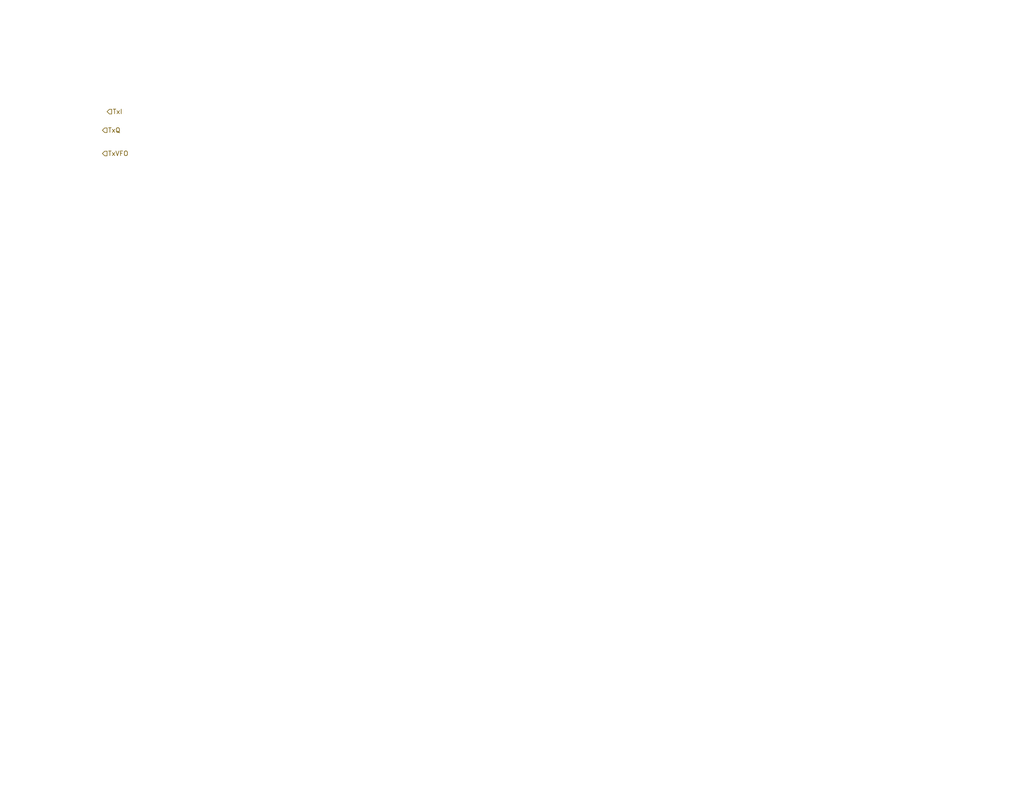
<source format=kicad_sch>
(kicad_sch
	(version 20250114)
	(generator "eeschema")
	(generator_version "9.0")
	(uuid "6a9bc254-74e4-4ed7-a8d7-8bd197f3e5fa")
	(paper "A")
	(title_block
		(title "USB SSB Transciever overview")
		(date "2025-03-23")
		(company "SoftShack")
		(comment 1 "Alan Mimms")
		(comment 2 "WB7NAB")
	)
	(lib_symbols)
	(hierarchical_label "TxI"
		(shape input)
		(at 29.21 30.48 0)
		(effects
			(font
				(size 1.27 1.27)
			)
			(justify left)
		)
		(uuid "14592227-bfb3-425d-9299-9f21af31a7c1")
	)
	(hierarchical_label "TxQ"
		(shape input)
		(at 27.94 35.56 0)
		(effects
			(font
				(size 1.27 1.27)
			)
			(justify left)
		)
		(uuid "53d0b094-cc69-47e5-9d79-543cac3fdd40")
	)
	(hierarchical_label "TxVFO"
		(shape input)
		(at 27.94 41.91 0)
		(effects
			(font
				(size 1.27 1.27)
			)
			(justify left)
		)
		(uuid "a777ca18-2c60-4264-9bf6-e6afb35ad238")
	)
)

</source>
